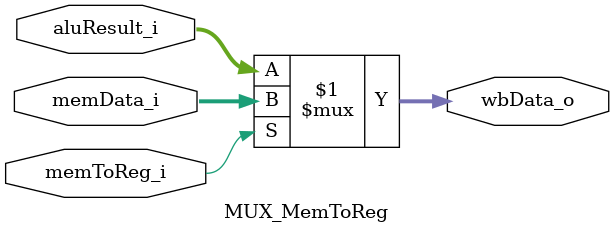
<source format=v>
module MUX_MemToReg
(
    memData_i,
    aluResult_i,
    memToReg_i,
    wbData_o
);

// Interface
input  [31:0] memData_i;
input  [31:0] aluResult_i;
input  [ 0:0] memToReg_i;
output [31:0] wbData_o;

// Calculation
assign wbData_o = (memToReg_i)? memData_i: aluResult_i;

endmodule

</source>
